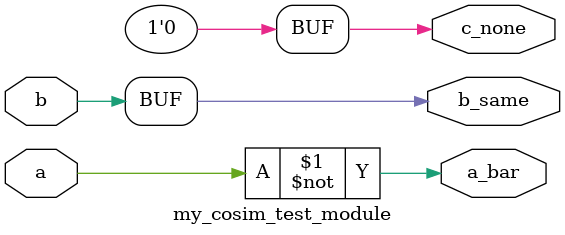
<source format=sv>

module my_cosim_test_module(
    input logic a,
    input logic b,
    output logic a_bar,
    output logic b_same,
    output logic c_none
);

assign a_bar = ~a;
assign b_same = b;
assign c_none = 0;

endmodule
</source>
